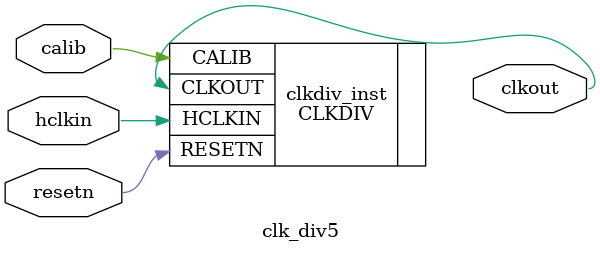
<source format=v>

module clk_div5 (clkout, hclkin, resetn, calib);

output clkout;
input hclkin;
input resetn;
input calib;

CLKDIV clkdiv_inst (
    .CLKOUT(clkout),
    .HCLKIN(hclkin),
    .RESETN(resetn),
    .CALIB(calib)
);

defparam clkdiv_inst.DIV_MODE = "5";
defparam clkdiv_inst.GSREN = "false";

endmodule //clk_div5

</source>
